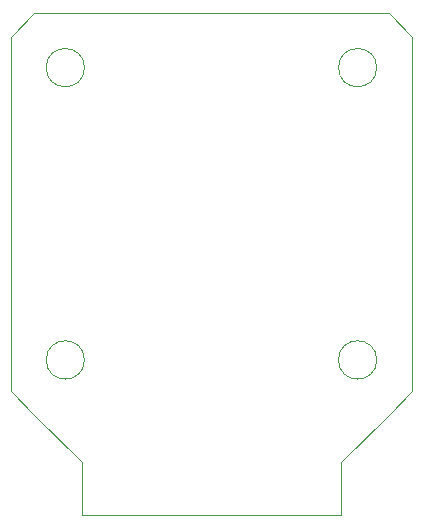
<source format=gbr>
%TF.GenerationSoftware,KiCad,Pcbnew,8.0.5*%
%TF.CreationDate,2024-10-29T13:28:27-07:00*%
%TF.ProjectId,ArmEncoderBoard,41726d45-6e63-46f6-9465-72426f617264,rev?*%
%TF.SameCoordinates,Original*%
%TF.FileFunction,Component,L2,Bot*%
%TF.FilePolarity,Positive*%
%FSLAX46Y46*%
G04 Gerber Fmt 4.6, Leading zero omitted, Abs format (unit mm)*
G04 Created by KiCad (PCBNEW 8.0.5) date 2024-10-29 13:28:27*
%MOMM*%
%LPD*%
G01*
G04 APERTURE LIST*
%TA.AperFunction,Profile*%
%ADD10C,0.100000*%
%TD*%
G04 APERTURE END LIST*
D10*
X149500000Y-107500000D02*
X149500000Y-103000000D01*
X127500000Y-107500000D02*
X149500000Y-107500000D01*
X127500000Y-103000000D02*
X127500000Y-107500000D01*
X149500000Y-103000000D02*
X153500000Y-99011400D01*
X123500000Y-99011400D02*
X127500000Y-103000000D01*
X152495369Y-94385769D02*
G75*
G02*
X149253369Y-94385769I-1621000J0D01*
G01*
X149253369Y-94385769D02*
G75*
G02*
X152495369Y-94385769I1621000J0D01*
G01*
X155500000Y-67011400D02*
X153500000Y-65011400D01*
X153500000Y-65011400D02*
X123500000Y-65011400D01*
X121500000Y-97011400D02*
X123500000Y-99011400D01*
X123500000Y-65011400D02*
X121500000Y-67011400D01*
X153500000Y-99011400D02*
X155500000Y-97011400D01*
X127746631Y-94385769D02*
G75*
G02*
X124504631Y-94385769I-1621000J0D01*
G01*
X124504631Y-94385769D02*
G75*
G02*
X127746631Y-94385769I1621000J0D01*
G01*
X155500000Y-97011400D02*
X155500000Y-67011400D01*
X127746631Y-69637031D02*
G75*
G02*
X124504631Y-69637031I-1621000J0D01*
G01*
X124504631Y-69637031D02*
G75*
G02*
X127746631Y-69637031I1621000J0D01*
G01*
X152495369Y-69637031D02*
G75*
G02*
X149253369Y-69637031I-1621000J0D01*
G01*
X149253369Y-69637031D02*
G75*
G02*
X152495369Y-69637031I1621000J0D01*
G01*
X121500000Y-67011400D02*
X121500000Y-97011400D01*
M02*

</source>
